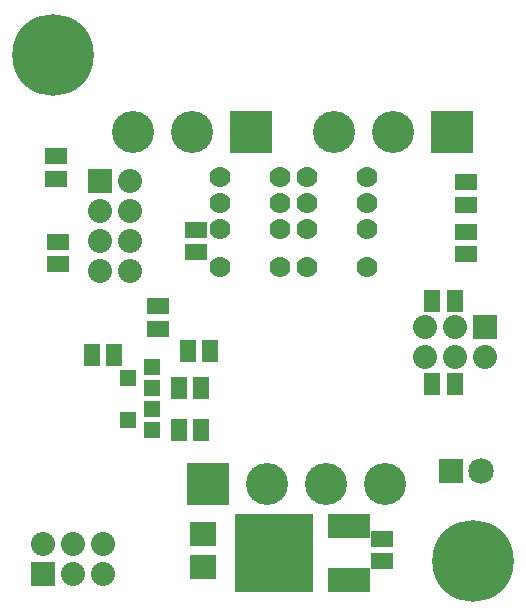
<source format=gbs>
G04 #@! TF.GenerationSoftware,KiCad,Pcbnew,(5.1.5)-3*
G04 #@! TF.CreationDate,2021-08-30T19:46:02+02:00*
G04 #@! TF.ProjectId,wa2,7761322e-6b69-4636-9164-5f7063625858,0428 -*
G04 #@! TF.SameCoordinates,Original*
G04 #@! TF.FileFunction,Soldermask,Bot*
G04 #@! TF.FilePolarity,Negative*
%FSLAX46Y46*%
G04 Gerber Fmt 4.6, Leading zero omitted, Abs format (unit mm)*
G04 Created by KiCad (PCBNEW (5.1.5)-3) date 2021-08-30 19:46:02*
%MOMM*%
%LPD*%
G04 APERTURE LIST*
%ADD10C,6.908800*%
%ADD11R,1.905000X1.397000*%
%ADD12R,1.397000X1.905000*%
%ADD13R,2.311400X2.108200*%
%ADD14R,2.159000X2.159000*%
%ADD15C,2.159000*%
%ADD16C,3.556000*%
%ADD17R,3.556000X3.556000*%
%ADD18R,2.032000X2.032000*%
%ADD19C,2.032000*%
%ADD20R,1.422400X1.422400*%
%ADD21C,1.778000*%
%ADD22R,3.556000X2.159000*%
%ADD23R,6.604000X6.604000*%
G04 APERTURE END LIST*
D10*
X156083000Y-120777000D03*
X120523000Y-77978000D03*
D11*
X148336000Y-120840500D03*
X148336000Y-118935500D03*
D12*
X125666500Y-103378000D03*
X123761500Y-103378000D03*
D11*
X129413000Y-99250500D03*
X129413000Y-101155500D03*
D12*
X133794500Y-102997000D03*
X131889500Y-102997000D03*
D13*
X133223000Y-121285000D03*
X133223000Y-118491000D03*
D14*
X154178000Y-113157000D03*
D15*
X156718000Y-113157000D03*
D11*
X120777000Y-88455500D03*
X120777000Y-86550500D03*
X120904000Y-95694500D03*
X120904000Y-93789500D03*
D16*
X144264380Y-84455000D03*
D17*
X154264360Y-84455000D03*
D16*
X149265640Y-84455000D03*
X132247640Y-84455000D03*
D17*
X137246360Y-84455000D03*
D16*
X127246380Y-84455000D03*
X148643340Y-114300000D03*
X138643360Y-114300000D03*
D17*
X133644640Y-114300000D03*
D16*
X143644620Y-114300000D03*
D18*
X119634000Y-121920000D03*
D19*
X119634000Y-119380000D03*
X122174000Y-121920000D03*
X122174000Y-119380000D03*
X124714000Y-121920000D03*
X124714000Y-119380000D03*
X152019000Y-103505000D03*
X152019000Y-100965000D03*
X154559000Y-103505000D03*
X154559000Y-100965000D03*
X157099000Y-103505000D03*
D18*
X157099000Y-100965000D03*
X124460000Y-88646000D03*
D19*
X127000000Y-88646000D03*
X124460000Y-91186000D03*
X127000000Y-91186000D03*
X124460000Y-93726000D03*
X127000000Y-93726000D03*
X124460000Y-96266000D03*
X127000000Y-96266000D03*
D20*
X128905000Y-106172000D03*
X128905000Y-104394000D03*
X126873000Y-105283000D03*
X126873000Y-108839000D03*
X128905000Y-107950000D03*
X128905000Y-109728000D03*
D12*
X154495500Y-98806000D03*
X152590500Y-98806000D03*
X152590500Y-105791000D03*
X154495500Y-105791000D03*
D11*
X132588000Y-94678500D03*
X132588000Y-92773500D03*
X155500000Y-90652500D03*
X155500000Y-88747500D03*
X155500000Y-92947500D03*
X155500000Y-94852500D03*
D12*
X133032500Y-106172000D03*
X131127500Y-106172000D03*
X131127500Y-109728000D03*
X133032500Y-109728000D03*
D21*
X147066000Y-95910400D03*
X141986000Y-95910400D03*
X147066000Y-92710000D03*
X147066000Y-90510360D03*
X147066000Y-88310720D03*
X141986000Y-92710000D03*
X141986000Y-90510360D03*
X141986000Y-88310720D03*
X134620000Y-88310720D03*
X134620000Y-90510360D03*
X134620000Y-92710000D03*
X139700000Y-88310720D03*
X139700000Y-90510360D03*
X139700000Y-92710000D03*
X134620000Y-95910400D03*
X139700000Y-95910400D03*
D22*
X145542000Y-117856000D03*
D23*
X139192000Y-120142000D03*
D22*
X145542000Y-122428000D03*
M02*

</source>
